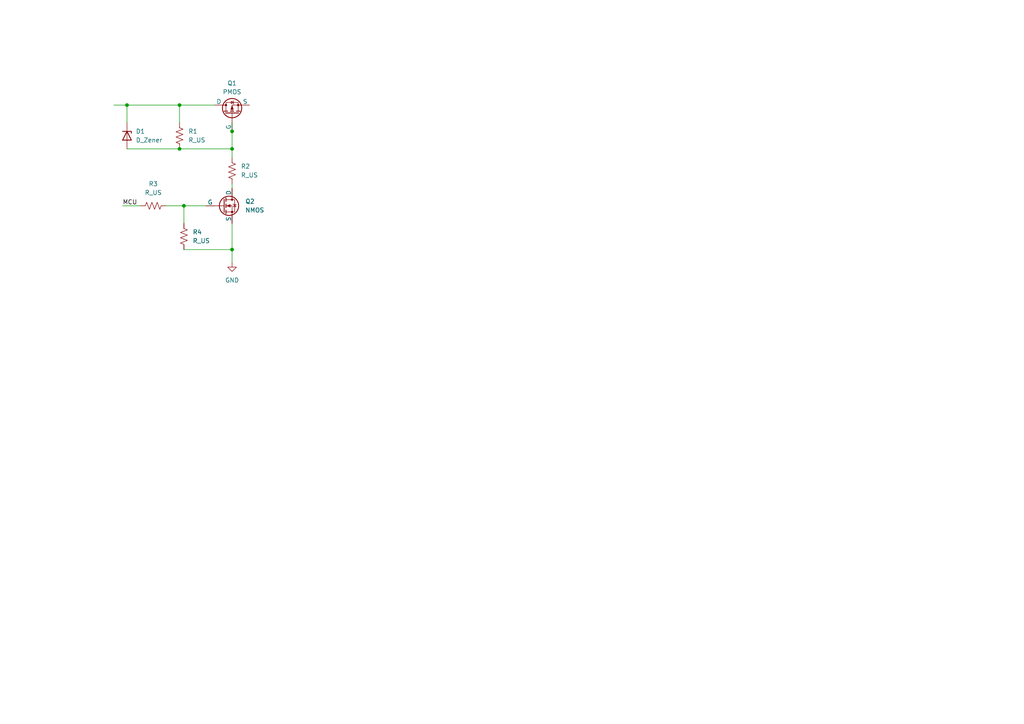
<source format=kicad_sch>
(kicad_sch (version 20230121) (generator eeschema)
  (paper "A4")
  (lib_symbols
    (symbol "Device:D_Zener" (pin_numbers hide) (pin_names (offset 1.016) hide)
      (property "Reference" "D" (at 0 2.54 0))
      (property "Value" "D_Zener" (at 0 -2.54 0))
      (symbol "D_Zener_0_1"
        (polyline (pts (xy 1.27 0) (xy -1.27 0)))
        (polyline (pts (xy -1.27 -1.27) (xy -1.27 1.27) (xy -0.762 1.27)) (stroke (width 0.254)))
        (polyline (pts (xy 1.27 -1.27) (xy 1.27 1.27) (xy -1.27 0) (xy 1.27 -1.27)) (stroke (width 0.254)))
      )
      (symbol "D_Zener_1_1"
        (pin passive line (at -3.81 0 0) (length 2.54) (name "K") (number "1"))
        (pin passive line (at 3.81 0 180) (length 2.54) (name "A") (number "2"))
      )
    )
    (symbol "Device:R_US" (pin_numbers hide) (pin_names (offset 0))
      (property "Reference" "R" (at 2.54 0 90))
      (property "Value" "R_US" (at -2.54 0 90))
      (symbol "R_US_0_1"
        (polyline (pts (xy 0 -2.286) (xy 0 -2.54)))
        (polyline (pts (xy 0 2.286) (xy 0 2.54)))
        (polyline (pts (xy 0 -0.762) (xy 1.016 -1.143) (xy 0 -1.524) (xy -1.016 -1.905) (xy 0 -2.286)))
        (polyline (pts (xy 0 0.762) (xy 1.016 0.381) (xy 0 0) (xy -1.016 -0.381) (xy 0 -0.762)))
        (polyline (pts (xy 0 2.286) (xy 1.016 1.905) (xy 0 1.524) (xy -1.016 1.143) (xy 0 0.762)))
      )
      (symbol "R_US_1_1"
        (pin passive line (at 0 3.81 270) (length 1.27) (name "~") (number "1"))
        (pin passive line (at 0 -3.81 90) (length 1.27) (name "~") (number "2"))
      )
    )
    (symbol "Simulation_SPICE:NMOS" (pin_numbers hide) (pin_names (offset 0))
      (property "Reference" "Q" (at 5.08 1.27 0))
      (property "Value" "NMOS" (at 5.08 -1.27 0))
      (symbol "NMOS_0_1"
        (polyline (pts (xy 0.254 0) (xy -2.54 0)))
        (polyline (pts (xy 0.254 1.905) (xy 0.254 -1.905)) (stroke (width 0.254)))
        (polyline (pts (xy 0.762 -1.27) (xy 0.762 -2.286)) (stroke (width 0.254)))
        (polyline (pts (xy 0.762 0.508) (xy 0.762 -0.508)) (stroke (width 0.254)))
        (polyline (pts (xy 0.762 2.286) (xy 0.762 1.27)) (stroke (width 0.254)))
        (polyline (pts (xy 2.54 2.54) (xy 2.54 1.778)))
        (polyline (pts (xy 2.54 -2.54) (xy 2.54 0) (xy 0.762 0)))
        (polyline (pts (xy 0.762 -1.778) (xy 3.302 -1.778) (xy 3.302 1.778) (xy 0.762 1.778)))
        (polyline (pts (xy 1.016 0) (xy 2.032 0.381) (xy 2.032 -0.381) (xy 1.016 0)) (fill (type outline)))
        (polyline (pts (xy 2.794 0.508) (xy 2.921 0.381) (xy 3.683 0.381) (xy 3.81 0.254)))
        (polyline (pts (xy 3.302 0.381) (xy 2.921 -0.254) (xy 3.683 -0.254) (xy 3.302 0.381)))
        (circle (center 1.651 0) (radius 2.794) (stroke (width 0.254)))
        (circle (center 2.54 -1.778) (radius 0.254) (fill (type outline)))
        (circle (center 2.54 1.778) (radius 0.254) (fill (type outline)))
      )
      (symbol "NMOS_1_1"
        (pin passive line (at 2.54 5.08 270) (length 2.54) (name "D") (number "1"))
        (pin input line (at -5.08 0 0) (length 2.54) (name "G") (number "2"))
        (pin passive line (at 2.54 -5.08 90) (length 2.54) (name "S") (number "3"))
      )
    )
    (symbol "Simulation_SPICE:PMOS" (pin_numbers hide) (pin_names (offset 0))
      (property "Reference" "Q" (at 5.08 1.27 0))
      (property "Value" "PMOS" (at 5.08 -1.27 0))
      (symbol "PMOS_0_1"
        (polyline (pts (xy 0.254 0) (xy -2.54 0)))
        (polyline (pts (xy 0.254 1.905) (xy 0.254 -1.905)) (stroke (width 0.254)))
        (polyline (pts (xy 0.762 -1.27) (xy 0.762 -2.286)) (stroke (width 0.254)))
        (polyline (pts (xy 0.762 0.508) (xy 0.762 -0.508)) (stroke (width 0.254)))
        (polyline (pts (xy 0.762 2.286) (xy 0.762 1.27)) (stroke (width 0.254)))
        (polyline (pts (xy 2.54 2.54) (xy 2.54 1.778)))
        (polyline (pts (xy 2.54 -2.54) (xy 2.54 0) (xy 0.762 0)))
        (polyline (pts (xy 0.762 1.778) (xy 3.302 1.778) (xy 3.302 -1.778) (xy 0.762 -1.778)))
        (polyline (pts (xy 2.286 0) (xy 1.27 0.381) (xy 1.27 -0.381) (xy 2.286 0)) (fill (type outline)))
        (polyline (pts (xy 2.794 -0.508) (xy 2.921 -0.381) (xy 3.683 -0.381) (xy 3.81 -0.254)))
        (polyline (pts (xy 3.302 -0.381) (xy 2.921 0.254) (xy 3.683 0.254) (xy 3.302 -0.381)))
        (circle (center 1.651 0) (radius 2.794) (stroke (width 0.254)))
        (circle (center 2.54 -1.778) (radius 0.254) (fill (type outline)))
        (circle (center 2.54 1.778) (radius 0.254) (fill (type outline)))
      )
      (symbol "PMOS_1_1"
        (pin passive line (at 2.54 5.08 270) (length 2.54) (name "D") (number "1"))
        (pin input line (at -5.08 0 0) (length 2.54) (name "G") (number "2"))
        (pin passive line (at 2.54 -5.08 90) (length 2.54) (name "S") (number "3"))
      )
    )
    (symbol "power:GND" (power) (pin_names (offset 0))
      (property "Value" "GND" (at 0 -3.81 0))
      (symbol "GND_0_1"
        (polyline (pts (xy 0 0) (xy 0 -1.27) (xy 1.27 -1.27) (xy 0 -2.54) (xy -1.27 -1.27) (xy 0 -1.27)))
      )
      (symbol "GND_1_1"
        (pin power_in line (at 0 0 270) (length 0) hide (name "GND") (number "1"))
      )
    )
  )
  (junction (at 52.07 30.48))
  (junction (at 67.31 38.1))
  (junction (at 53.34 59.69))
  (junction (at 67.31 43.18))
  (junction (at 67.31 72.39))
  (junction (at 52.07 43.18))
  (junction (at 36.83 30.48))
  (wire (pts (xy 52.07 30.48) (xy 52.07 35.56)))
  (wire (pts (xy 67.31 64.77) (xy 67.31 72.39)))
  (wire (pts (xy 67.31 53.34) (xy 67.31 54.61)))
  (wire (pts (xy 48.26 59.69) (xy 53.34 59.69)))
  (wire (pts (xy 52.07 30.48) (xy 62.23 30.48)))
  (wire (pts (xy 67.31 43.18) (xy 67.31 45.72)))
  (wire (pts (xy 53.34 59.69) (xy 53.34 64.77)))
  (wire (pts (xy 36.83 30.48) (xy 52.07 30.48)))
  (wire (pts (xy 53.34 72.39) (xy 67.31 72.39)))
  (wire (pts (xy 67.31 38.1) (xy 67.31 43.18)))
  (wire (pts (xy 35.56 59.69) (xy 40.64 59.69)))
  (wire (pts (xy 33.02 30.48) (xy 36.83 30.48)))
  (wire (pts (xy 36.83 43.18) (xy 52.07 43.18)))
  (wire (pts (xy 53.34 59.69) (xy 59.69 59.69)))
  (wire (pts (xy 67.31 72.39) (xy 67.31 76.2)))
  (wire (pts (xy 52.07 43.18) (xy 67.31 43.18)))
  (wire (pts (xy 67.31 35.56) (xy 67.31 38.1)))
  (wire (pts (xy 36.83 30.48) (xy 36.83 35.56)))
  (label "MCU" (at 35.56 59.69 0))
  (symbol (lib_id "Device:R_US") (at 67.31 49.53 0) (unit 1)
    (property "Reference" "R2" (at 69.85 48.26 0) (effects (justify left)))
    (property "Value" "R_US" (at 69.85 50.8 0) (effects (justify left)))
  )
  (symbol (lib_id "power:GND") (at 67.31 76.2 0) (unit 1)
    (property "Reference" "#PWR01" (effects hide))
    (property "Value" "GND" (at 67.31 81.28 0))
  )
  (symbol (lib_id "Simulation_SPICE:PMOS") (at 67.31 33.02 90) (unit 1)
    (property "Reference" "Q1" (at 67.31 24.13 90))
    (property "Value" "PMOS" (at 67.31 26.67 90))
    (property "Datasheet" "https://ngspice.sourceforge.io/docs/ngspice-manual.pdf" (effects hide))
    (property "Sim.Device" "PMOS" (effects hide))
    (property "Sim.Type" "VDMOS" (effects hide))
    (property "Sim.Pins" "1=D 2=G 3=S" (effects hide))
  )
  (symbol (lib_id "Device:R_US") (at 52.07 39.37 0) (unit 1)
    (property "Reference" "R1" (at 54.61 38.1 0) (effects (justify left)))
    (property "Value" "R_US" (at 54.61 40.64 0) (effects (justify left)))
  )
  (symbol (lib_id "Simulation_SPICE:NMOS") (at 64.77 59.69 0) (unit 1)
    (property "Reference" "Q2" (at 71.12 58.42 0) (effects (justify left)))
    (property "Value" "NMOS" (at 71.12 60.96 0) (effects (justify left)))
    (property "Datasheet" "https://ngspice.sourceforge.io/docs/ngspice-manual.pdf" (effects hide))
    (property "Sim.Device" "NMOS" (effects hide))
    (property "Sim.Type" "VDMOS" (effects hide))
    (property "Sim.Pins" "1=D 2=G 3=S" (effects hide))
  )
  (symbol (lib_id "Device:R_US") (at 44.45 59.69 90) (unit 1)
    (property "Reference" "R3" (at 44.45 53.34 90))
    (property "Value" "R_US" (at 44.45 55.88 90))
  )
  (symbol (lib_id "Device:D_Zener") (at 36.83 39.37 270) (unit 1)
    (property "Reference" "D1" (at 39.37 38.1 90) (effects (justify left)))
    (property "Value" "D_Zener" (at 39.37 40.64 90) (effects (justify left)))
  )
  (symbol (lib_id "Device:R_US") (at 53.34 68.58 0) (unit 1)
    (property "Reference" "R4" (at 55.88 67.31 0) (effects (justify left)))
    (property "Value" "R_US" (at 55.88 69.85 0) (effects (justify left)))
  )
)
</source>
